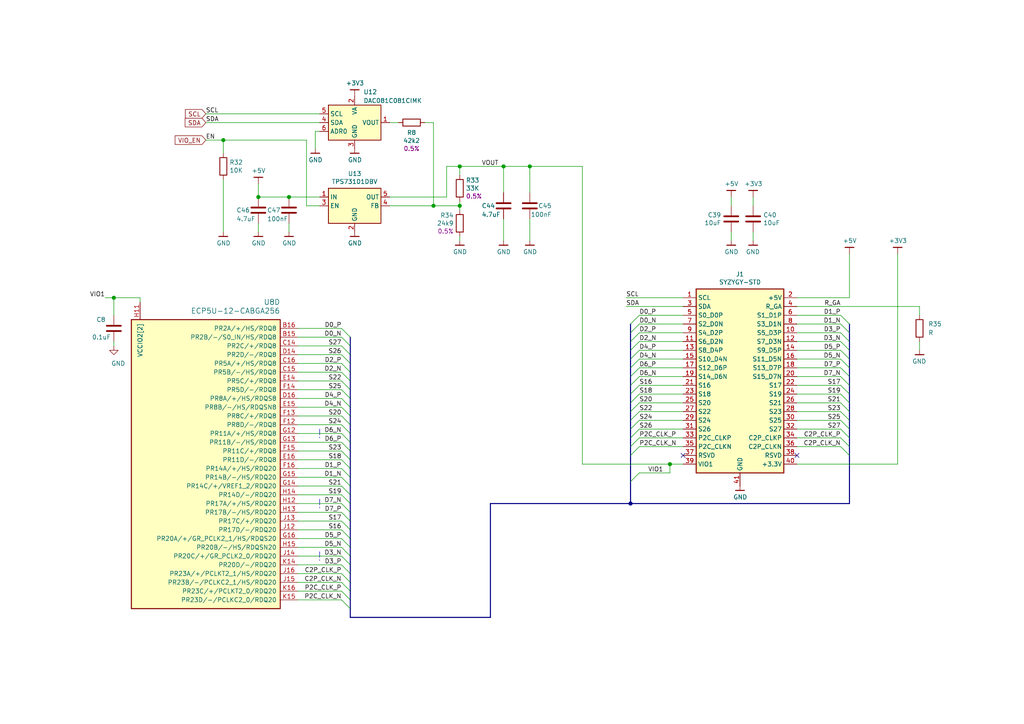
<source format=kicad_sch>
(kicad_sch (version 20201015) (generator eeschema)
  (paper "A4")
  (title_block (title "ECPBreaker") (date "2020-12-28") (rev "V0.1") (company "GsD") (comment 1 "2020 (C) Greg Davill  <greg.davill@gmail.com>") (comment 3 "License: CC-BY-SA V4.0"))
  (junction (at 33.02 86.36) (diameter 1.016))
  (junction (at 64.77 40.64) (diameter 1.016))
  (junction (at 74.93 57.15) (diameter 1.016))
  (junction (at 83.82 57.15) (diameter 1.016))
  (junction (at 125.73 59.69) (diameter 1.016))
  (junction (at 133.35 48.26) (diameter 1.016))
  (junction (at 133.35 59.69) (diameter 1.016))
  (junction (at 146.05 48.26) (diameter 1.016))
  (junction (at 153.67 48.26) (diameter 1.016))
  (junction (at 194.31 134.62) (diameter 1.016))
  (junction (at 182.88 146.05) (diameter 1.016))
  (no_connect (at 198.12 132.08))
  (no_connect (at 231.14 132.08))
  (bus_entry (at 99.06 95.25) (size 2.54 2.54) (stroke (width 0.1524)))
  (bus_entry (at 99.06 97.79) (size 2.54 2.54) (stroke (width 0.1524)))
  (bus_entry (at 99.06 100.33) (size 2.54 2.54) (stroke (width 0.1524)))
  (bus_entry (at 99.06 102.87) (size 2.54 2.54) (stroke (width 0.1524)))
  (bus_entry (at 99.06 105.41) (size 2.54 2.54) (stroke (width 0.1524)))
  (bus_entry (at 99.06 107.95) (size 2.54 2.54) (stroke (width 0.1524)))
  (bus_entry (at 99.06 110.49) (size 2.54 2.54) (stroke (width 0.1524)))
  (bus_entry (at 99.06 113.03) (size 2.54 2.54) (stroke (width 0.1524)))
  (bus_entry (at 99.06 115.57) (size 2.54 2.54) (stroke (width 0.1524)))
  (bus_entry (at 99.06 118.11) (size 2.54 2.54) (stroke (width 0.1524)))
  (bus_entry (at 99.06 120.65) (size 2.54 2.54) (stroke (width 0.1524)))
  (bus_entry (at 99.06 123.19) (size 2.54 2.54) (stroke (width 0.1524)))
  (bus_entry (at 99.06 125.73) (size 2.54 2.54) (stroke (width 0.1524)))
  (bus_entry (at 99.06 128.27) (size 2.54 2.54) (stroke (width 0.1524)))
  (bus_entry (at 99.06 130.81) (size 2.54 2.54) (stroke (width 0.1524)))
  (bus_entry (at 99.06 133.35) (size 2.54 2.54) (stroke (width 0.1524)))
  (bus_entry (at 99.06 135.89) (size 2.54 2.54) (stroke (width 0.1524)))
  (bus_entry (at 99.06 138.43) (size 2.54 2.54) (stroke (width 0.1524)))
  (bus_entry (at 99.06 140.97) (size 2.54 2.54) (stroke (width 0.1524)))
  (bus_entry (at 99.06 143.51) (size 2.54 2.54) (stroke (width 0.1524)))
  (bus_entry (at 99.06 146.05) (size 2.54 2.54) (stroke (width 0.1524)))
  (bus_entry (at 99.06 148.59) (size 2.54 2.54) (stroke (width 0.1524)))
  (bus_entry (at 99.06 151.13) (size 2.54 2.54) (stroke (width 0.1524)))
  (bus_entry (at 99.06 153.67) (size 2.54 2.54) (stroke (width 0.1524)))
  (bus_entry (at 99.06 156.21) (size 2.54 2.54) (stroke (width 0.1524)))
  (bus_entry (at 99.06 158.75) (size 2.54 2.54) (stroke (width 0.1524)))
  (bus_entry (at 99.06 161.29) (size 2.54 2.54) (stroke (width 0.1524)))
  (bus_entry (at 99.06 163.83) (size 2.54 2.54) (stroke (width 0.1524)))
  (bus_entry (at 99.06 166.37) (size 2.54 2.54) (stroke (width 0.1524)))
  (bus_entry (at 99.06 168.91) (size 2.54 2.54) (stroke (width 0.1524)))
  (bus_entry (at 99.06 171.45) (size 2.54 2.54) (stroke (width 0.1524)))
  (bus_entry (at 99.06 173.99) (size 2.54 2.54) (stroke (width 0.1524)))
  (bus_entry (at 182.88 93.98) (size 2.54 -2.54) (stroke (width 0.1524)))
  (bus_entry (at 182.88 96.52) (size 2.54 -2.54) (stroke (width 0.1524)))
  (bus_entry (at 182.88 99.06) (size 2.54 -2.54) (stroke (width 0.1524)))
  (bus_entry (at 182.88 101.6) (size 2.54 -2.54) (stroke (width 0.1524)))
  (bus_entry (at 182.88 104.14) (size 2.54 -2.54) (stroke (width 0.1524)))
  (bus_entry (at 182.88 106.68) (size 2.54 -2.54) (stroke (width 0.1524)))
  (bus_entry (at 182.88 109.22) (size 2.54 -2.54) (stroke (width 0.1524)))
  (bus_entry (at 182.88 111.76) (size 2.54 -2.54) (stroke (width 0.1524)))
  (bus_entry (at 182.88 114.3) (size 2.54 -2.54) (stroke (width 0.1524)))
  (bus_entry (at 182.88 116.84) (size 2.54 -2.54) (stroke (width 0.1524)))
  (bus_entry (at 182.88 119.38) (size 2.54 -2.54) (stroke (width 0.1524)))
  (bus_entry (at 182.88 121.92) (size 2.54 -2.54) (stroke (width 0.1524)))
  (bus_entry (at 182.88 124.46) (size 2.54 -2.54) (stroke (width 0.1524)))
  (bus_entry (at 182.88 127) (size 2.54 -2.54) (stroke (width 0.1524)))
  (bus_entry (at 182.88 129.54) (size 2.54 -2.54) (stroke (width 0.1524)))
  (bus_entry (at 182.88 132.08) (size 2.54 -2.54) (stroke (width 0.1524)))
  (bus_entry (at 182.88 139.7) (size 2.54 -2.54) (stroke (width 0.1524)))
  (bus_entry (at 246.38 93.98) (size -2.54 -2.54) (stroke (width 0.1524)))
  (bus_entry (at 246.38 96.52) (size -2.54 -2.54) (stroke (width 0.1524)))
  (bus_entry (at 246.38 99.06) (size -2.54 -2.54) (stroke (width 0.1524)))
  (bus_entry (at 246.38 101.6) (size -2.54 -2.54) (stroke (width 0.1524)))
  (bus_entry (at 246.38 104.14) (size -2.54 -2.54) (stroke (width 0.1524)))
  (bus_entry (at 246.38 106.68) (size -2.54 -2.54) (stroke (width 0.1524)))
  (bus_entry (at 246.38 109.22) (size -2.54 -2.54) (stroke (width 0.1524)))
  (bus_entry (at 246.38 111.76) (size -2.54 -2.54) (stroke (width 0.1524)))
  (bus_entry (at 246.38 114.3) (size -2.54 -2.54) (stroke (width 0.1524)))
  (bus_entry (at 246.38 116.84) (size -2.54 -2.54) (stroke (width 0.1524)))
  (bus_entry (at 246.38 119.38) (size -2.54 -2.54) (stroke (width 0.1524)))
  (bus_entry (at 246.38 121.92) (size -2.54 -2.54) (stroke (width 0.1524)))
  (bus_entry (at 246.38 124.46) (size -2.54 -2.54) (stroke (width 0.1524)))
  (bus_entry (at 246.38 127) (size -2.54 -2.54) (stroke (width 0.1524)))
  (bus_entry (at 246.38 129.54) (size -2.54 -2.54) (stroke (width 0.1524)))
  (bus_entry (at 246.38 132.08) (size -2.54 -2.54) (stroke (width 0.1524)))
  (wire (pts (xy 30.48 86.36) (xy 33.02 86.36)))
  (wire (pts (xy 33.02 86.36) (xy 33.02 91.44)))
  (wire (pts (xy 33.02 86.36) (xy 40.64 86.36)))
  (wire (pts (xy 33.02 99.06) (xy 33.02 100.33)))
  (wire (pts (xy 40.64 87.63) (xy 40.64 86.36)))
  (wire (pts (xy 59.69 33.02) (xy 92.71 33.02)))
  (wire (pts (xy 59.69 35.56) (xy 92.71 35.56)))
  (wire (pts (xy 59.69 40.64) (xy 64.77 40.64)))
  (wire (pts (xy 64.77 40.64) (xy 88.9 40.64)))
  (wire (pts (xy 64.77 44.45) (xy 64.77 40.64)))
  (wire (pts (xy 64.77 67.31) (xy 64.77 52.07)))
  (wire (pts (xy 74.93 57.15) (xy 74.93 53.34)))
  (wire (pts (xy 74.93 64.77) (xy 74.93 67.31)))
  (wire (pts (xy 83.82 57.15) (xy 74.93 57.15)))
  (wire (pts (xy 83.82 57.15) (xy 92.71 57.15)))
  (wire (pts (xy 83.82 64.77) (xy 83.82 67.31)))
  (wire (pts (xy 86.36 100.33) (xy 99.06 100.33)))
  (wire (pts (xy 86.36 113.03) (xy 99.06 113.03)))
  (wire (pts (xy 86.36 130.81) (xy 99.06 130.81)))
  (wire (pts (xy 86.36 135.89) (xy 99.06 135.89)))
  (wire (pts (xy 86.36 138.43) (xy 99.06 138.43)))
  (wire (pts (xy 86.36 140.97) (xy 99.06 140.97)))
  (wire (pts (xy 86.36 143.51) (xy 99.06 143.51)))
  (wire (pts (xy 86.36 146.05) (xy 99.06 146.05)))
  (wire (pts (xy 86.36 148.59) (xy 99.06 148.59)))
  (wire (pts (xy 86.36 151.13) (xy 99.06 151.13)))
  (wire (pts (xy 86.36 156.21) (xy 99.06 156.21)))
  (wire (pts (xy 86.36 158.75) (xy 99.06 158.75)))
  (wire (pts (xy 86.36 161.29) (xy 99.06 161.29)))
  (wire (pts (xy 86.36 163.83) (xy 99.06 163.83)))
  (wire (pts (xy 86.36 166.37) (xy 99.06 166.37)))
  (wire (pts (xy 86.36 168.91) (xy 99.06 168.91)))
  (wire (pts (xy 88.9 59.69) (xy 88.9 40.64)))
  (wire (pts (xy 91.44 38.1) (xy 91.44 43.18)))
  (wire (pts (xy 92.71 38.1) (xy 91.44 38.1)))
  (wire (pts (xy 92.71 59.69) (xy 88.9 59.69)))
  (wire (pts (xy 99.06 95.25) (xy 86.36 95.25)))
  (wire (pts (xy 99.06 97.79) (xy 86.36 97.79)))
  (wire (pts (xy 99.06 102.87) (xy 86.36 102.87)))
  (wire (pts (xy 99.06 105.41) (xy 86.36 105.41)))
  (wire (pts (xy 99.06 107.95) (xy 86.36 107.95)))
  (wire (pts (xy 99.06 110.49) (xy 86.36 110.49)))
  (wire (pts (xy 99.06 115.57) (xy 86.36 115.57)))
  (wire (pts (xy 99.06 118.11) (xy 86.36 118.11)))
  (wire (pts (xy 99.06 120.65) (xy 86.36 120.65)))
  (wire (pts (xy 99.06 123.19) (xy 86.36 123.19)))
  (wire (pts (xy 99.06 125.73) (xy 86.36 125.73)))
  (wire (pts (xy 99.06 128.27) (xy 86.36 128.27)))
  (wire (pts (xy 99.06 133.35) (xy 86.36 133.35)))
  (wire (pts (xy 99.06 153.67) (xy 86.36 153.67)))
  (wire (pts (xy 99.06 171.45) (xy 86.36 171.45)))
  (wire (pts (xy 99.06 173.99) (xy 86.36 173.99)))
  (wire (pts (xy 113.03 57.15) (xy 129.54 57.15)))
  (wire (pts (xy 113.03 59.69) (xy 125.73 59.69)))
  (wire (pts (xy 115.57 35.56) (xy 113.03 35.56)))
  (wire (pts (xy 125.73 35.56) (xy 123.19 35.56)))
  (wire (pts (xy 125.73 35.56) (xy 125.73 59.69)))
  (wire (pts (xy 125.73 59.69) (xy 133.35 59.69)))
  (wire (pts (xy 129.54 48.26) (xy 133.35 48.26)))
  (wire (pts (xy 129.54 57.15) (xy 129.54 48.26)))
  (wire (pts (xy 133.35 48.26) (xy 146.05 48.26)))
  (wire (pts (xy 133.35 50.8) (xy 133.35 48.26)))
  (wire (pts (xy 133.35 58.42) (xy 133.35 59.69)))
  (wire (pts (xy 133.35 60.96) (xy 133.35 59.69)))
  (wire (pts (xy 133.35 69.85) (xy 133.35 68.58)))
  (wire (pts (xy 146.05 55.88) (xy 146.05 48.26)))
  (wire (pts (xy 146.05 63.5) (xy 146.05 69.85)))
  (wire (pts (xy 153.67 48.26) (xy 146.05 48.26)))
  (wire (pts (xy 153.67 48.26) (xy 153.67 55.88)))
  (wire (pts (xy 153.67 48.26) (xy 168.91 48.26)))
  (wire (pts (xy 153.67 63.5) (xy 153.67 69.85)))
  (wire (pts (xy 168.91 48.26) (xy 168.91 134.62)))
  (wire (pts (xy 168.91 134.62) (xy 194.31 134.62)))
  (wire (pts (xy 181.61 86.36) (xy 198.12 86.36)))
  (wire (pts (xy 181.61 88.9) (xy 198.12 88.9)))
  (wire (pts (xy 185.42 91.44) (xy 198.12 91.44)))
  (wire (pts (xy 185.42 93.98) (xy 198.12 93.98)))
  (wire (pts (xy 185.42 96.52) (xy 198.12 96.52)))
  (wire (pts (xy 185.42 99.06) (xy 198.12 99.06)))
  (wire (pts (xy 185.42 101.6) (xy 198.12 101.6)))
  (wire (pts (xy 185.42 104.14) (xy 198.12 104.14)))
  (wire (pts (xy 185.42 106.68) (xy 198.12 106.68)))
  (wire (pts (xy 185.42 109.22) (xy 198.12 109.22)))
  (wire (pts (xy 185.42 111.76) (xy 198.12 111.76)))
  (wire (pts (xy 185.42 114.3) (xy 198.12 114.3)))
  (wire (pts (xy 185.42 116.84) (xy 198.12 116.84)))
  (wire (pts (xy 185.42 119.38) (xy 198.12 119.38)))
  (wire (pts (xy 185.42 121.92) (xy 198.12 121.92)))
  (wire (pts (xy 185.42 124.46) (xy 198.12 124.46)))
  (wire (pts (xy 185.42 127) (xy 198.12 127)))
  (wire (pts (xy 185.42 129.54) (xy 198.12 129.54)))
  (wire (pts (xy 185.42 137.16) (xy 194.31 137.16)))
  (wire (pts (xy 194.31 134.62) (xy 198.12 134.62)))
  (wire (pts (xy 194.31 137.16) (xy 194.31 134.62)))
  (wire (pts (xy 212.09 57.15) (xy 212.09 59.69)))
  (wire (pts (xy 212.09 67.31) (xy 212.09 69.85)))
  (wire (pts (xy 218.44 57.15) (xy 218.44 59.69)))
  (wire (pts (xy 218.44 67.31) (xy 218.44 69.85)))
  (wire (pts (xy 231.14 86.36) (xy 246.38 86.36)))
  (wire (pts (xy 231.14 88.9) (xy 266.7 88.9)))
  (wire (pts (xy 231.14 91.44) (xy 243.84 91.44)))
  (wire (pts (xy 231.14 93.98) (xy 243.84 93.98)))
  (wire (pts (xy 231.14 96.52) (xy 243.84 96.52)))
  (wire (pts (xy 231.14 99.06) (xy 243.84 99.06)))
  (wire (pts (xy 231.14 101.6) (xy 243.84 101.6)))
  (wire (pts (xy 231.14 104.14) (xy 243.84 104.14)))
  (wire (pts (xy 231.14 106.68) (xy 243.84 106.68)))
  (wire (pts (xy 231.14 109.22) (xy 243.84 109.22)))
  (wire (pts (xy 231.14 111.76) (xy 243.84 111.76)))
  (wire (pts (xy 231.14 114.3) (xy 243.84 114.3)))
  (wire (pts (xy 231.14 116.84) (xy 243.84 116.84)))
  (wire (pts (xy 231.14 119.38) (xy 243.84 119.38)))
  (wire (pts (xy 231.14 121.92) (xy 243.84 121.92)))
  (wire (pts (xy 231.14 124.46) (xy 243.84 124.46)))
  (wire (pts (xy 231.14 127) (xy 243.84 127)))
  (wire (pts (xy 231.14 129.54) (xy 243.84 129.54)))
  (wire (pts (xy 231.14 134.62) (xy 260.35 134.62)))
  (wire (pts (xy 246.38 86.36) (xy 246.38 73.66)))
  (wire (pts (xy 260.35 134.62) (xy 260.35 73.66)))
  (wire (pts (xy 266.7 88.9) (xy 266.7 91.44)))
  (wire (pts (xy 266.7 99.06) (xy 266.7 101.6)))
  (bus (pts (xy 101.6 97.79) (xy 101.6 100.33)))
  (bus (pts (xy 101.6 100.33) (xy 101.6 102.87)))
  (bus (pts (xy 101.6 102.87) (xy 101.6 105.41)))
  (bus (pts (xy 101.6 105.41) (xy 101.6 107.95)))
  (bus (pts (xy 101.6 107.95) (xy 101.6 110.49)))
  (bus (pts (xy 101.6 110.49) (xy 101.6 113.03)))
  (bus (pts (xy 101.6 113.03) (xy 101.6 115.57)))
  (bus (pts (xy 101.6 115.57) (xy 101.6 118.11)))
  (bus (pts (xy 101.6 118.11) (xy 101.6 120.65)))
  (bus (pts (xy 101.6 120.65) (xy 101.6 123.19)))
  (bus (pts (xy 101.6 123.19) (xy 101.6 125.73)))
  (bus (pts (xy 101.6 125.73) (xy 101.6 128.27)))
  (bus (pts (xy 101.6 128.27) (xy 101.6 130.81)))
  (bus (pts (xy 101.6 130.81) (xy 101.6 133.35)))
  (bus (pts (xy 101.6 133.35) (xy 101.6 135.89)))
  (bus (pts (xy 101.6 135.89) (xy 101.6 138.43)))
  (bus (pts (xy 101.6 138.43) (xy 101.6 140.97)))
  (bus (pts (xy 101.6 140.97) (xy 101.6 143.51)))
  (bus (pts (xy 101.6 143.51) (xy 101.6 146.05)))
  (bus (pts (xy 101.6 146.05) (xy 101.6 148.59)))
  (bus (pts (xy 101.6 148.59) (xy 101.6 151.13)))
  (bus (pts (xy 101.6 151.13) (xy 101.6 153.67)))
  (bus (pts (xy 101.6 153.67) (xy 101.6 156.21)))
  (bus (pts (xy 101.6 156.21) (xy 101.6 158.75)))
  (bus (pts (xy 101.6 158.75) (xy 101.6 161.29)))
  (bus (pts (xy 101.6 161.29) (xy 101.6 163.83)))
  (bus (pts (xy 101.6 163.83) (xy 101.6 166.37)))
  (bus (pts (xy 101.6 166.37) (xy 101.6 168.91)))
  (bus (pts (xy 101.6 168.91) (xy 101.6 171.45)))
  (bus (pts (xy 101.6 171.45) (xy 101.6 173.99)))
  (bus (pts (xy 101.6 173.99) (xy 101.6 176.53)))
  (bus (pts (xy 101.6 176.53) (xy 101.6 179.07)))
  (bus (pts (xy 142.24 146.05) (xy 142.24 179.07)))
  (bus (pts (xy 142.24 179.07) (xy 101.6 179.07)))
  (bus (pts (xy 182.88 93.98) (xy 182.88 96.52)))
  (bus (pts (xy 182.88 96.52) (xy 182.88 99.06)))
  (bus (pts (xy 182.88 99.06) (xy 182.88 101.6)))
  (bus (pts (xy 182.88 101.6) (xy 182.88 104.14)))
  (bus (pts (xy 182.88 104.14) (xy 182.88 106.68)))
  (bus (pts (xy 182.88 106.68) (xy 182.88 109.22)))
  (bus (pts (xy 182.88 109.22) (xy 182.88 111.76)))
  (bus (pts (xy 182.88 111.76) (xy 182.88 114.3)))
  (bus (pts (xy 182.88 114.3) (xy 182.88 116.84)))
  (bus (pts (xy 182.88 116.84) (xy 182.88 119.38)))
  (bus (pts (xy 182.88 119.38) (xy 182.88 121.92)))
  (bus (pts (xy 182.88 121.92) (xy 182.88 124.46)))
  (bus (pts (xy 182.88 124.46) (xy 182.88 127)))
  (bus (pts (xy 182.88 127) (xy 182.88 129.54)))
  (bus (pts (xy 182.88 129.54) (xy 182.88 132.08)))
  (bus (pts (xy 182.88 132.08) (xy 182.88 139.7)))
  (bus (pts (xy 182.88 139.7) (xy 182.88 146.05)))
  (bus (pts (xy 182.88 146.05) (xy 142.24 146.05)))
  (bus (pts (xy 182.88 146.05) (xy 246.38 146.05)))
  (bus (pts (xy 246.38 93.98) (xy 246.38 96.52)))
  (bus (pts (xy 246.38 96.52) (xy 246.38 99.06)))
  (bus (pts (xy 246.38 99.06) (xy 246.38 101.6)))
  (bus (pts (xy 246.38 101.6) (xy 246.38 104.14)))
  (bus (pts (xy 246.38 104.14) (xy 246.38 106.68)))
  (bus (pts (xy 246.38 106.68) (xy 246.38 109.22)))
  (bus (pts (xy 246.38 109.22) (xy 246.38 111.76)))
  (bus (pts (xy 246.38 111.76) (xy 246.38 114.3)))
  (bus (pts (xy 246.38 114.3) (xy 246.38 116.84)))
  (bus (pts (xy 246.38 116.84) (xy 246.38 119.38)))
  (bus (pts (xy 246.38 119.38) (xy 246.38 121.92)))
  (bus (pts (xy 246.38 121.92) (xy 246.38 124.46)))
  (bus (pts (xy 246.38 124.46) (xy 246.38 127)))
  (bus (pts (xy 246.38 127) (xy 246.38 129.54)))
  (bus (pts (xy 246.38 129.54) (xy 246.38 132.08)))
  (bus (pts (xy 246.38 132.08) (xy 246.38 146.05)))
  (polyline (pts (xy 92.71 124.46) (xy 92.71 127)) (stroke (width 0) (type dash)))
  (polyline (pts (xy 92.71 144.78) (xy 92.71 147.32)) (stroke (width 0) (type dash)))
  (polyline (pts (xy 92.71 160.02) (xy 92.71 162.56)) (stroke (width 0) (type dash)))
  (label "VIO1" (at 30.48 86.36 180))
  (label "SCL" (at 59.69 33.02 0))
  (label "SDA" (at 59.69 35.56 0))
  (label "EN" (at 59.69 40.64 0))
  (label "D0_P" (at 99.06 95.25 180))
  (label "D0_N" (at 99.06 97.79 180))
  (label "S27" (at 99.06 100.33 180))
  (label "S26" (at 99.06 102.87 180))
  (label "D2_P" (at 99.06 105.41 180))
  (label "D2_N" (at 99.06 107.95 180))
  (label "S22" (at 99.06 110.49 180))
  (label "S25" (at 99.06 113.03 180))
  (label "D4_P" (at 99.06 115.57 180))
  (label "D4_N" (at 99.06 118.11 180))
  (label "S20" (at 99.06 120.65 180))
  (label "S24" (at 99.06 123.19 180))
  (label "D6_N" (at 99.06 125.73 180))
  (label "D6_P" (at 99.06 128.27 180))
  (label "S23" (at 99.06 130.81 180))
  (label "S18" (at 99.06 133.35 180))
  (label "D1_P" (at 99.06 135.89 180))
  (label "D1_N" (at 99.06 138.43 180))
  (label "S21" (at 99.06 140.97 180))
  (label "S19" (at 99.06 143.51 180))
  (label "D7_N" (at 99.06 146.05 180))
  (label "D7_P" (at 99.06 148.59 180))
  (label "S17" (at 99.06 151.13 180))
  (label "S16" (at 99.06 153.67 180))
  (label "D5_P" (at 99.06 156.21 180))
  (label "D5_N" (at 99.06 158.75 180))
  (label "D3_N" (at 99.06 161.29 180))
  (label "D3_P" (at 99.06 163.83 180))
  (label "C2P_CLK_P" (at 99.06 166.37 180))
  (label "C2P_CLK_N" (at 99.06 168.91 180))
  (label "P2C_CLK_P" (at 99.06 171.45 180))
  (label "P2C_CLK_N" (at 99.06 173.99 180))
  (label "VOUT" (at 139.7 48.26 0))
  (label "SCL" (at 181.61 86.36 0))
  (label "SDA" (at 181.61 88.9 0))
  (label "D0_P" (at 185.42 91.44 0))
  (label "D0_N" (at 185.42 93.98 0))
  (label "D2_P" (at 185.42 96.52 0))
  (label "D2_N" (at 185.42 99.06 0))
  (label "D4_P" (at 185.42 101.6 0))
  (label "D4_N" (at 185.42 104.14 0))
  (label "D6_P" (at 185.42 106.68 0))
  (label "D6_N" (at 185.42 109.22 0))
  (label "S16" (at 185.42 111.76 0))
  (label "S18" (at 185.42 114.3 0))
  (label "S20" (at 185.42 116.84 0))
  (label "S22" (at 185.42 119.38 0))
  (label "S24" (at 185.42 121.92 0))
  (label "S26" (at 185.42 124.46 0))
  (label "P2C_CLK_P" (at 185.42 127 0))
  (label "P2C_CLK_N" (at 185.42 129.54 0))
  (label "VIO1" (at 187.96 137.16 0))
  (label "R_GA" (at 243.84 88.9 180))
  (label "D1_P" (at 243.84 91.44 180))
  (label "D1_N" (at 243.84 93.98 180))
  (label "D3_P" (at 243.84 96.52 180))
  (label "D3_N" (at 243.84 99.06 180))
  (label "D5_P" (at 243.84 101.6 180))
  (label "D5_N" (at 243.84 104.14 180))
  (label "D7_P" (at 243.84 106.68 180))
  (label "D7_N" (at 243.84 109.22 180))
  (label "S17" (at 243.84 111.76 180))
  (label "S19" (at 243.84 114.3 180))
  (label "S21" (at 243.84 116.84 180))
  (label "S23" (at 243.84 119.38 180))
  (label "S25" (at 243.84 121.92 180))
  (label "S27" (at 243.84 124.46 180))
  (label "C2P_CLK_P" (at 243.84 127 180))
  (label "C2P_CLK_N" (at 243.84 129.54 180))
  (global_label "SCL" (shape input) (at 59.69 33.02 180) (property "Intersheet References" "${INTERSHEET_REFS}" (effects hide)))
  (global_label "SDA" (shape input) (at 59.69 35.56 180) (property "Intersheet References" "${INTERSHEET_REFS}" (effects hide)))
  (global_label "VIO_EN" (shape input) (at 59.69 40.64 180) (property "Intersheet References" "${INTERSHEET_REFS}" (effects hide)))
  (symbol (lib_id "gkl_power:GND") (at 64.77 67.31 0) (unit 1)
    (property "Reference" "#PWR0218" (effects hide))
    (property "Value" "GND" (at 64.8462 70.5104 0))
  )
  (symbol (lib_id "gkl_power:GND") (at 74.93 67.31 0) (unit 1)
    (property "Reference" "#PWR0219" (effects hide))
    (property "Value" "GND" (at 75.0062 70.5104 0))
  )
  (symbol (lib_id "gkl_power:GND") (at 83.82 67.31 0) (unit 1)
    (property "Reference" "#PWR0220" (effects hide))
    (property "Value" "GND" (at 83.8962 70.5104 0))
  )
  (symbol (lib_id "gkl_power:GND") (at 91.44 43.18 0) (unit 1)
    (property "Reference" "#PWR0216" (effects hide))
    (property "Value" "GND" (at 91.5162 46.3804 0))
  )
  (symbol (lib_id "gkl_power:GND") (at 102.87 43.18 0) (unit 1)
    (property "Reference" "#PWR0211" (effects hide))
    (property "Value" "GND" (at 102.9462 46.3804 0))
  )
  (symbol (lib_id "gkl_power:GND") (at 102.87 67.31 0) (unit 1)
    (property "Reference" "#PWR0212" (effects hide))
    (property "Value" "GND" (at 102.9462 70.5104 0))
  )
  (symbol (lib_id "gkl_power:GND") (at 133.35 69.85 0) (unit 1)
    (property "Reference" "#PWR0213" (effects hide))
    (property "Value" "GND" (at 133.4262 73.0504 0))
  )
  (symbol (lib_id "gkl_power:GND") (at 146.05 69.85 0) (unit 1)
    (property "Reference" "#PWR0215" (effects hide))
    (property "Value" "GND" (at 146.1262 73.0504 0))
  )
  (symbol (lib_id "gkl_power:GND") (at 153.67 69.85 0) (unit 1)
    (property "Reference" "#PWR0214" (effects hide))
    (property "Value" "GND" (at 153.7462 73.0504 0))
  )
  (symbol (lib_id "gkl_power:GND") (at 212.09 69.85 0) (unit 1)
    (property "Reference" "#PWR0172" (effects hide))
    (property "Value" "GND" (at 212.1662 73.0504 0))
  )
  (symbol (lib_id "gkl_power:GND") (at 214.63 140.97 0) (unit 1)
    (property "Reference" "#PWR0174" (effects hide))
    (property "Value" "GND" (at 214.7062 144.1704 0))
  )
  (symbol (lib_id "gkl_power:GND") (at 218.44 69.85 0) (mirror y) (unit 1)
    (property "Reference" "#PWR0169" (effects hide))
    (property "Value" "GND" (at 218.3638 73.0504 0))
  )
  (symbol (lib_id "gkl_power:GND") (at 266.7 101.6 0) (mirror y) (unit 1)
    (property "Reference" "#PWR0209" (effects hide))
    (property "Value" "GND" (at 266.6238 104.8004 0))
  )
  (symbol (lib_id "gkl_power:+5V") (at 74.93 53.34 0) (unit 1)
    (property "Reference" "#PWR0217" (effects hide))
    (property "Value" "+5V" (at 75.0062 49.5046 0))
  )
  (symbol (lib_id "gkl_power:+3V3") (at 102.87 27.94 0) (unit 1)
    (property "Reference" "#PWR0210" (effects hide))
    (property "Value" "+3V3" (at 102.9462 24.1046 0))
  )
  (symbol (lib_id "gkl_power:+5V") (at 212.09 57.15 0) (unit 1)
    (property "Reference" "#PWR0170" (effects hide))
    (property "Value" "+5V" (at 212.1662 53.3146 0))
  )
  (symbol (lib_id "gkl_power:+3V3") (at 218.44 57.15 0) (unit 1)
    (property "Reference" "#PWR0171" (effects hide))
    (property "Value" "+3V3" (at 218.5162 53.3146 0))
  )
  (symbol (lib_id "gkl_power:+5V") (at 246.38 73.66 0) (unit 1)
    (property "Reference" "#PWR0168" (effects hide))
    (property "Value" "+5V" (at 246.4562 69.8246 0))
  )
  (symbol (lib_id "gkl_power:+3V3") (at 260.35 73.66 0) (unit 1)
    (property "Reference" "#PWR0173" (effects hide))
    (property "Value" "+3V3" (at 260.4262 69.8246 0))
  )
  (symbol (lib_id "power:GND") (at 33.02 100.33 0) (unit 1)
    (property "Reference" "#PWR0132" (effects hide))
    (property "Value" "GND" (at 34.29 105.41 0))
  )
  (symbol (lib_id "Device:R") (at 64.77 48.26 180) (unit 1)
    (property "Reference" "R32" (at 66.548 47.0916 0) (effects (justify right)))
    (property "Value" "10K" (at 66.548 49.403 0) (effects (justify right)))
    (property "Footprint" "Capacitor_SMD:C_0402_1005Metric" (effects hide))
    (property "PN" "RNCF0402DTE10K0" (effects hide))
    (property "Mfg" "Stackpole Electronics Inc" (effects hide))
    (property "Tol" "1%" (effects hide))
  )
  (symbol (lib_id "Device:R") (at 119.38 35.56 270) (unit 1)
    (property "Reference" "R8" (at 119.38 38.481 90))
    (property "Value" "42k2" (at 119.38 40.7924 90))
    (property "Footprint" "Capacitor_SMD:C_0402_1005Metric" (effects hide))
    (property "PN" "RNCF0402DTE42K2" (effects hide))
    (property "Mfg" "Stackpole Electronics Inc" (effects hide))
    (property "Tol" "0.5%" (at 119.38 43.1038 90))
  )
  (symbol (lib_id "Device:R") (at 133.35 54.61 180) (unit 1)
    (property "Reference" "R33" (at 135.128 52.2986 0) (effects (justify right)))
    (property "Value" "33K" (at 135.128 54.61 0) (effects (justify right)))
    (property "Footprint" "Capacitor_SMD:C_0402_1005Metric" (effects hide))
    (property "PN" "RNCF0402DTE33K0" (effects hide))
    (property "Mfg" "Stackpole Electronics Inc" (effects hide))
    (property "Tol" "0.5%" (at 135.128 56.9214 0) (effects (justify right)))
  )
  (symbol (lib_id "Device:R") (at 133.35 64.77 180) (unit 1)
    (property "Reference" "R34" (at 131.5974 62.4586 0) (effects (justify left)))
    (property "Value" "24k9" (at 131.5974 64.77 0) (effects (justify left)))
    (property "Footprint" "Capacitor_SMD:C_0402_1005Metric" (effects hide))
    (property "PN" "RNCF0402DTE24K9" (effects hide))
    (property "Mfg" "Stackpole Electronics Inc" (effects hide))
    (property "Tol" "0.5%" (at 131.5974 67.0814 0) (effects (justify left)))
  )
  (symbol (lib_id "Device:R") (at 266.7 95.25 0) (unit 1)
    (property "Reference" "R35" (at 269.24 93.98 0) (effects (justify left)))
    (property "Value" "R" (at 269.24 96.52 0) (effects (justify left)))
    (property "Footprint" "Resistor_SMD:R_0402_1005Metric" (effects hide))
  )
  (symbol (lib_id "Device:C") (at 33.02 95.25 0) (unit 1)
    (property "Reference" "C8" (at 27.94 92.71 0) (effects (justify left)))
    (property "Value" "0.1uF" (at 26.67 97.79 0) (effects (justify left)))
    (property "Footprint" "Capacitor_SMD:C_0402_1005Metric" (effects hide))
  )
  (symbol (lib_id "Device:C") (at 74.93 60.96 0) (unit 1)
    (property "Reference" "C46" (at 68.58 60.96 0) (effects (justify left)))
    (property "Value" "4.7uF" (at 68.58 63.5 0) (effects (justify left)))
    (property "Footprint" "Capacitor_SMD:C_0603_1608Metric" (effects hide))
    (property "Mfg" "Samsung Electro-Mechanics" (effects hide))
    (property "PN" "CL10A475KP8NNNC" (effects hide))
  )
  (symbol (lib_id "Device:C") (at 83.82 60.96 0) (unit 1)
    (property "Reference" "C47" (at 77.47 60.96 0) (effects (justify left)))
    (property "Value" "100nF" (at 77.47 63.5 0) (effects (justify left)))
    (property "Footprint" "Capacitor_SMD:C_0402_1005Metric" (effects hide))
    (property "Mfg" "Samsung Electro-Mechanics" (effects hide))
    (property "PN" "CL05B104KP5NNNC" (effects hide))
  )
  (symbol (lib_id "Device:C") (at 146.05 59.69 0) (unit 1)
    (property "Reference" "C44" (at 139.7 59.69 0) (effects (justify left)))
    (property "Value" "4.7uF" (at 139.7 62.23 0) (effects (justify left)))
    (property "Footprint" "Capacitor_SMD:C_0603_1608Metric" (effects hide))
    (property "Mfg" "Samsung Electro-Mechanics" (effects hide))
    (property "PN" "CL10A475KP8NNNC" (effects hide))
  )
  (symbol (lib_id "Device:C") (at 153.67 59.69 0) (mirror y) (unit 1)
    (property "Reference" "C45" (at 160.02 59.69 0) (effects (justify left)))
    (property "Value" "100nF" (at 160.02 62.23 0) (effects (justify left)))
    (property "Footprint" "Capacitor_SMD:C_0402_1005Metric" (effects hide))
    (property "Mfg" "Samsung Electro-Mechanics" (effects hide))
    (property "PN" "CL05B104KP5NNNC" (effects hide))
  )
  (symbol (lib_id "Device:C") (at 212.09 63.5 0) (unit 1)
    (property "Reference" "C39" (at 209.169 62.357 0) (effects (justify right)))
    (property "Value" "10uF" (at 209.169 64.643 0) (effects (justify right)))
    (property "Footprint" "Capacitor_SMD:C_0603_1608Metric" (effects hide))
    (property "Mfg" "Yageo" (effects hide))
    (property "PN" "CC0603KRX5R5BB106" (effects hide))
  )
  (symbol (lib_id "Device:C") (at 218.44 63.5 0) (mirror y) (unit 1)
    (property "Reference" "C40" (at 221.361 62.357 0) (effects (justify right)))
    (property "Value" "10uF" (at 221.361 64.643 0) (effects (justify right)))
    (property "Footprint" "Capacitor_SMD:C_0603_1608Metric" (effects hide))
    (property "Mfg" "Yageo" (effects hide))
    (property "PN" "CC0603KRX5R5BB106" (effects hide))
  )
  (symbol (lib_id "Regulator_Linear:TPS73101DBV") (at 102.87 59.69 0) (unit 1)
    (property "Reference" "U13" (at 102.87 50.3682 0))
    (property "Value" "TPS73101DBV" (at 102.87 52.6796 0))
    (property "Footprint" "Package_TO_SOT_SMD:SOT-23-5" (effects hide))
    (property "Datasheet" "http://www.ti.com/lit/ds/symlink/tps731.pdf" (effects hide))
    (property "Mfg" "Texas Instruments" (effects hide))
    (property "PN" "TPS73101DBVR" (effects hide))
  )
  (symbol (lib_id "Analog_DAC:DAC081C081CIMK") (at 102.87 35.56 0) (unit 1)
    (property "Reference" "U12" (at 105.41 26.67 0) (effects (justify left)))
    (property "Value" "DAC081C081CIMK" (at 105.41 29.21 0) (effects (justify left)))
    (property "Footprint" "Package_TO_SOT_SMD:SOT-23-6" (effects hide))
    (property "Datasheet" "http://www.ti.com/lit/ds/symlink/dac081c081.pdf" (effects hide))
    (property "Mfg" "Texas Instruments" (effects hide))
    (property "PN" "DAC081C081CIMK/NOPB" (effects hide))
  )
  (symbol (lib_id "gkl_misc:SYZYGY-STD") (at 214.63 107.95 0) (unit 1)
    (property "Reference" "J1" (at 214.63 79.5274 0))
    (property "Value" "SYZYGY-STD" (at 214.63 81.8388 0))
    (property "Footprint" "gkl_conn:SYZYGY_standard_carrier" (effects hide))
    (property "Mfg" "Samtec Inc." (effects hide))
    (property "PN" "QSE-020-01-F-D-A" (effects hide))
  )
  (symbol (lib_id "gsd-kicad:ECP5U-12-CABGA256") (at 86.36 95.25 0) (mirror y) (unit 4)
    (property "Reference" "U8" (at 81.28 87.63 0) (effects (font (size 1.524 1.524)) (justify left)))
    (property "Value" "ECP5U-12-CABGA256" (at 81.28 90.17 0) (effects (font (size 1.524 1.524)) (justify left)))
    (property "Footprint" "Package_BGA:BGA-256_14.0x14.0mm_Layout16x16_P0.8mm_Ball0.45mm_Pad0.32mm_NSMD" (effects hide))
    (property "manf#" "ECP5U_12" (effects hide))
  )
)
</source>
